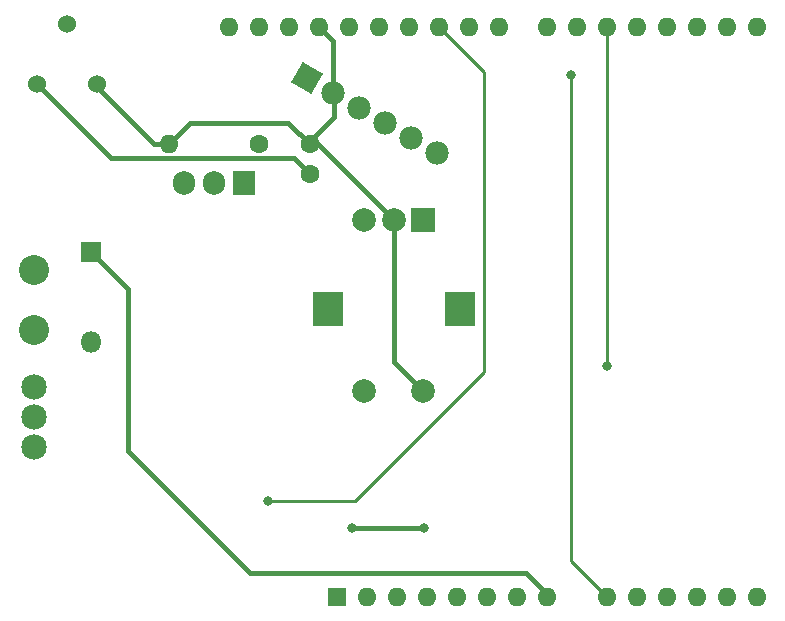
<source format=gbr>
%TF.GenerationSoftware,KiCad,Pcbnew,6.0.1-79c1e3a40b~116~ubuntu20.04.1*%
%TF.CreationDate,2022-01-30T00:58:34-05:00*%
%TF.ProjectId,Protogasm-Board-V2,50726f74-6f67-4617-936d-2d426f617264,rev?*%
%TF.SameCoordinates,PX68290a0PY76b1be0*%
%TF.FileFunction,Copper,L2,Bot*%
%TF.FilePolarity,Positive*%
%FSLAX46Y46*%
G04 Gerber Fmt 4.6, Leading zero omitted, Abs format (unit mm)*
G04 Created by KiCad (PCBNEW 6.0.1-79c1e3a40b~116~ubuntu20.04.1) date 2022-01-30 00:58:34*
%MOMM*%
%LPD*%
G01*
G04 APERTURE LIST*
G04 Aperture macros list*
%AMRotRect*
0 Rectangle, with rotation*
0 The origin of the aperture is its center*
0 $1 length*
0 $2 width*
0 $3 Rotation angle, in degrees counterclockwise*
0 Add horizontal line*
21,1,$1,$2,0,0,$3*%
G04 Aperture macros list end*
%TA.AperFunction,ComponentPad*%
%ADD10C,1.981200*%
%TD*%
%TA.AperFunction,ComponentPad*%
%ADD11RotRect,1.981200X1.981200X240.000000*%
%TD*%
%TA.AperFunction,ComponentPad*%
%ADD12C,1.600000*%
%TD*%
%TA.AperFunction,ComponentPad*%
%ADD13O,1.600000X1.600000*%
%TD*%
%TA.AperFunction,ComponentPad*%
%ADD14R,2.000000X2.000000*%
%TD*%
%TA.AperFunction,ComponentPad*%
%ADD15C,2.000000*%
%TD*%
%TA.AperFunction,ComponentPad*%
%ADD16R,2.500000X3.000000*%
%TD*%
%TA.AperFunction,ComponentPad*%
%ADD17R,1.905000X2.000000*%
%TD*%
%TA.AperFunction,ComponentPad*%
%ADD18O,1.905000X2.000000*%
%TD*%
%TA.AperFunction,ComponentPad*%
%ADD19C,2.159000*%
%TD*%
%TA.AperFunction,ComponentPad*%
%ADD20R,1.800000X1.800000*%
%TD*%
%TA.AperFunction,ComponentPad*%
%ADD21O,1.800000X1.800000*%
%TD*%
%TA.AperFunction,ComponentPad*%
%ADD22C,1.524000*%
%TD*%
%TA.AperFunction,ComponentPad*%
%ADD23C,2.540000*%
%TD*%
%TA.AperFunction,ComponentPad*%
%ADD24R,1.600000X1.600000*%
%TD*%
%TA.AperFunction,ViaPad*%
%ADD25C,0.800000*%
%TD*%
%TA.AperFunction,Conductor*%
%ADD26C,0.381000*%
%TD*%
%TA.AperFunction,Conductor*%
%ADD27C,0.250000*%
%TD*%
G04 APERTURE END LIST*
D10*
%TO.P,U2,6,V_Ex*%
%TO.N,unconnected-(U2-Pad6)*%
X36398523Y40132000D03*
%TO.P,U2,5,V2*%
%TO.N,unconnected-(U2-Pad5)*%
X34198818Y41402000D03*
%TO.P,U2,4,V1*%
%TO.N,unconnected-(U2-Pad4)*%
X31999114Y42672000D03*
%TO.P,U2,3,VCC*%
%TO.N,+5V*%
X29799409Y43942000D03*
%TO.P,U2,2,GND*%
%TO.N,GND*%
X27599705Y45212000D03*
D11*
%TO.P,U2,1,Vout*%
%TO.N,/A0*%
X25400000Y46482000D03*
%TD*%
D12*
%TO.P,R1,1*%
%TO.N,/D9*%
X21336000Y40894000D03*
D13*
%TO.P,R1,2*%
%TO.N,GND*%
X13716000Y40894000D03*
%TD*%
D14*
%TO.P,SW1,A,A*%
%TO.N,/D2*%
X35266000Y34428000D03*
D15*
%TO.P,SW1,B,B*%
%TO.N,/D3*%
X30266000Y34428000D03*
%TO.P,SW1,C,C*%
%TO.N,GND*%
X32766000Y34428000D03*
D16*
%TO.P,SW1,MP*%
%TO.N,N/C*%
X38366000Y26928000D03*
X27166000Y26928000D03*
D15*
%TO.P,SW1,S1,S1*%
%TO.N,GND*%
X35266000Y19928000D03*
%TO.P,SW1,S2,S2*%
%TO.N,/D5*%
X30266000Y19928000D03*
%TD*%
D12*
%TO.P,C1,1*%
%TO.N,+5V*%
X25654000Y38354000D03*
%TO.P,C1,2*%
%TO.N,GND*%
X25654000Y40854000D03*
%TD*%
D17*
%TO.P,Q1,1,G*%
%TO.N,/D9*%
X20066000Y37592000D03*
D18*
%TO.P,Q1,2,D*%
%TO.N,/MOTOR-*%
X17526000Y37592000D03*
%TO.P,Q1,3,S*%
%TO.N,GND*%
X14986000Y37592000D03*
%TD*%
D19*
%TO.P,J1,1,+5V*%
%TO.N,+5V*%
X2286000Y20320000D03*
%TO.P,J1,2,Data_Input*%
%TO.N,/D10*%
X2286000Y17780000D03*
%TO.P,J1,3,GND*%
%TO.N,GND*%
X2286000Y15240000D03*
%TD*%
D20*
%TO.P,D1,1,K*%
%TO.N,+12V*%
X7112000Y31750000D03*
D21*
%TO.P,D1,2,A*%
%TO.N,/MOTOR-*%
X7112000Y24130000D03*
%TD*%
D22*
%TO.P,R2,1,1*%
%TO.N,+5V*%
X2540000Y45974000D03*
%TO.P,R2,2,2*%
%TO.N,/AREF*%
X5080000Y51054000D03*
%TO.P,R2,3,3*%
%TO.N,GND*%
X7620000Y45974000D03*
%TD*%
D23*
%TO.P,M1,1,+*%
%TO.N,+12V*%
X2286000Y30226000D03*
%TO.P,M1,2,-*%
%TO.N,/MOTOR-*%
X2286000Y25146000D03*
%TD*%
D13*
%TO.P,U1,32,SCL/A5*%
%TO.N,unconnected-(U1-Pad32)*%
X18800000Y50800000D03*
%TO.P,U1,31,SDA/A4*%
%TO.N,unconnected-(U1-Pad31)*%
X21340000Y50800000D03*
%TO.P,U1,30,AREF*%
%TO.N,/AREF*%
X23880000Y50800000D03*
%TO.P,U1,29,GND*%
%TO.N,GND*%
X26420000Y50800000D03*
%TO.P,U1,28,D13*%
%TO.N,unconnected-(U1-Pad28)*%
X28960000Y50800000D03*
%TO.P,U1,27,D12*%
%TO.N,unconnected-(U1-Pad27)*%
X31500000Y50800000D03*
%TO.P,U1,26,D11*%
%TO.N,unconnected-(U1-Pad26)*%
X34040000Y50800000D03*
%TO.P,U1,25,D10*%
%TO.N,/D10*%
X36580000Y50800000D03*
%TO.P,U1,24,D9*%
%TO.N,/D9*%
X39120000Y50800000D03*
%TO.P,U1,23,D8*%
%TO.N,unconnected-(U1-Pad23)*%
X41660000Y50800000D03*
%TO.P,U1,22,D7*%
%TO.N,unconnected-(U1-Pad22)*%
X45720000Y50800000D03*
%TO.P,U1,21,D6*%
%TO.N,unconnected-(U1-Pad21)*%
X48260000Y50800000D03*
%TO.P,U1,20,D5*%
%TO.N,/D5*%
X50800000Y50800000D03*
%TO.P,U1,19,D4*%
%TO.N,unconnected-(U1-Pad19)*%
X53340000Y50800000D03*
%TO.P,U1,18,D3*%
%TO.N,/D3*%
X55880000Y50800000D03*
%TO.P,U1,17,D2*%
%TO.N,/D2*%
X58420000Y50800000D03*
%TO.P,U1,16,D1/TX*%
%TO.N,unconnected-(U1-Pad16)*%
X60960000Y50800000D03*
%TO.P,U1,15,D0/RX*%
%TO.N,unconnected-(U1-Pad15)*%
X63500000Y50800000D03*
%TO.P,U1,14,SCL/A5*%
%TO.N,unconnected-(U1-Pad14)*%
X63500000Y2540000D03*
%TO.P,U1,13,SDA/A4*%
%TO.N,unconnected-(U1-Pad13)*%
X60960000Y2540000D03*
%TO.P,U1,12,A3*%
%TO.N,unconnected-(U1-Pad12)*%
X58420000Y2540000D03*
%TO.P,U1,11,A2*%
%TO.N,unconnected-(U1-Pad11)*%
X55880000Y2540000D03*
%TO.P,U1,10,A1*%
%TO.N,unconnected-(U1-Pad10)*%
X53340000Y2540000D03*
%TO.P,U1,9,A0*%
%TO.N,/A0*%
X50800000Y2540000D03*
%TO.P,U1,8,VIN*%
%TO.N,+12V*%
X45720000Y2540000D03*
%TO.P,U1,7,GND*%
%TO.N,unconnected-(U1-Pad7)*%
X43180000Y2540000D03*
%TO.P,U1,6,GND*%
%TO.N,unconnected-(U1-Pad6)*%
X40640000Y2540000D03*
%TO.P,U1,5,+5V*%
%TO.N,+5V*%
X38100000Y2540000D03*
%TO.P,U1,4,3V3*%
%TO.N,unconnected-(U1-Pad4)*%
X35560000Y2540000D03*
%TO.P,U1,3,~{RESET}*%
%TO.N,unconnected-(U1-Pad3)*%
X33020000Y2540000D03*
%TO.P,U1,2,IOREF*%
%TO.N,unconnected-(U1-Pad2)*%
X30480000Y2540000D03*
D24*
%TO.P,U1,1,NC*%
%TO.N,unconnected-(U1-Pad1)*%
X27940000Y2540000D03*
%TD*%
D25*
%TO.N,GND*%
X29210000Y8382000D03*
X35306000Y8382000D03*
%TO.N,/D10*%
X22098000Y10668000D03*
%TO.N,/A0*%
X47752000Y46736000D03*
%TO.N,/D5*%
X50800000Y22098000D03*
%TD*%
D26*
%TO.N,GND*%
X13716000Y40894000D02*
X12446000Y40894000D01*
X12446000Y40894000D02*
X7620000Y45720000D01*
X7620000Y45720000D02*
X7620000Y45974000D01*
X25654000Y40854000D02*
X23836000Y42672000D01*
X23836000Y42672000D02*
X15494000Y42672000D01*
X15494000Y42672000D02*
X13716000Y40894000D01*
X25654000Y40854000D02*
X25654000Y41148000D01*
X25654000Y41148000D02*
X27686000Y43180000D01*
X27686000Y43180000D02*
X27686000Y45125705D01*
X27686000Y45125705D02*
X27599705Y45212000D01*
D27*
%TO.N,/D10*%
X36580000Y50800000D02*
X40386000Y46994000D01*
X40386000Y46994000D02*
X40386000Y21590000D01*
X40386000Y21590000D02*
X29464000Y10668000D01*
X29464000Y10668000D02*
X22098000Y10668000D01*
D26*
%TO.N,+12V*%
X7112000Y31750000D02*
X10228558Y28633442D01*
X10228558Y28633442D02*
X10228558Y14917442D01*
X10228558Y14917442D02*
X20574000Y4572000D01*
X20574000Y4572000D02*
X43942000Y4572000D01*
X43942000Y4572000D02*
X45720000Y2794000D01*
X45720000Y2794000D02*
X45720000Y2540000D01*
%TO.N,GND*%
X35306000Y8382000D02*
X29210000Y8382000D01*
%TO.N,+5V*%
X2540000Y45974000D02*
X8864011Y39649989D01*
X24358011Y39649989D02*
X25654000Y38354000D01*
X8864011Y39649989D02*
X24358011Y39649989D01*
D27*
%TO.N,/A0*%
X50800000Y2540000D02*
X47752000Y5588000D01*
X47752000Y5588000D02*
X47752000Y46736000D01*
%TO.N,/D5*%
X50800000Y50800000D02*
X50800000Y22098000D01*
D26*
%TO.N,GND*%
X35266000Y19928000D02*
X32766000Y22428000D01*
X32766000Y22428000D02*
X32766000Y34428000D01*
X25654000Y40854000D02*
X26340000Y40854000D01*
X26340000Y40854000D02*
X32766000Y34428000D01*
X27599705Y45212000D02*
X27599705Y49620295D01*
X27599705Y49620295D02*
X26420000Y50800000D01*
%TD*%
M02*

</source>
